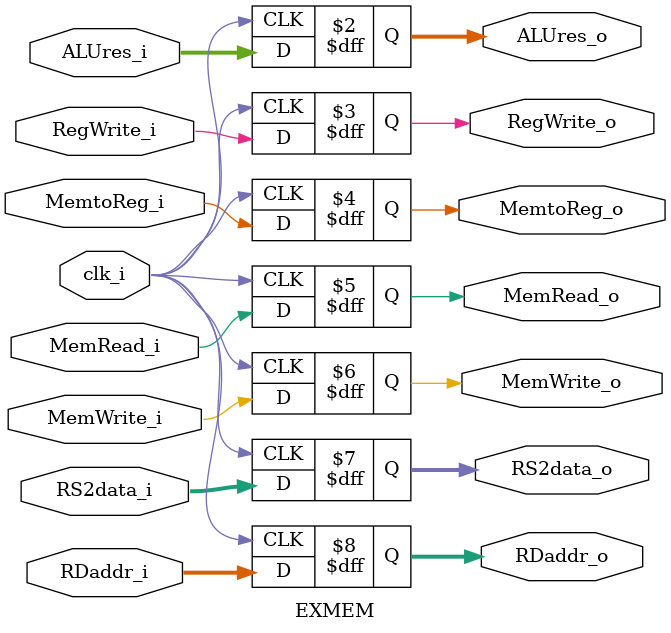
<source format=v>
module EXMEM
(
    clk_i,
    ALUres_i,
    RegWrite_i,
    MemtoReg_i,
    MemRead_i,
    MemWrite_i,
    RS2data_i,
    RDaddr_i,
    
    ALUres_o,
    RegWrite_o,
    MemtoReg_o,
    MemRead_o,
    MemWrite_o,
    RS2data_o,
    RDaddr_o
);

// Ports
input               clk_i;
input   [31:0]      ALUres_i;
input               RegWrite_i;
input               MemtoReg_i;
input               MemRead_i;
input               MemWrite_i;
input   [31:0]      RS2data_i;
input   [4:0]       RDaddr_i;

output  [31:0]      ALUres_o;
output              RegWrite_o;
output              MemtoReg_o;
output              MemRead_o;
output              MemWrite_o;
output  [31:0]      RS2data_o;
output  [4:0]       RDaddr_o;

reg     [31:0]       ALUres_o;
reg                 RegWrite_o;
reg                 MemtoReg_o;
reg                 MemRead_o;
reg                 MemWrite_o;
reg     [31:0]      RS2data_o;
reg     [4:0]       RDaddr_o;

always@(posedge clk_i) begin
    ALUres_o <= ALUres_i;
    RegWrite_o <= RegWrite_i;
    MemtoReg_o <= MemtoReg_i;
    MemRead_o <= MemRead_i;
    MemWrite_o <= MemWrite_i;
    RS2data_o <= RS2data_i;
    RDaddr_o <= RDaddr_i;
end

endmodule

</source>
